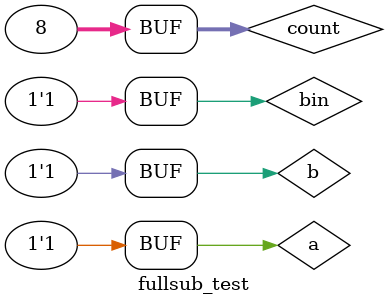
<source format=v>
module fullsub(a,b,bin,diff,bout);
	input a,b,bin;
	output diff,bout;
	wire c,d,e;

	halfsub h1(a,b,c,d);
	halfsub h2(c,bin,diff,e);
	or(bout,d,e);
endmodule

module halfsub(a,b,diff,bout);
	input a,b;
	output diff,bout;
	wire c;

	xor(diff,a,b);
	not(c,a);
	and(bout,c,b);
endmodule

module fullsub_test;
	reg a,b,bin;
	wire diff,bout;

	fullsub test(a,b,bin,diff,bout);
	integer count;
	initial begin
	for(count=0;count<8;count=count+1)begin
		{a,b,bin}=count;
		#20;
		end
	end
endmodule
</source>
